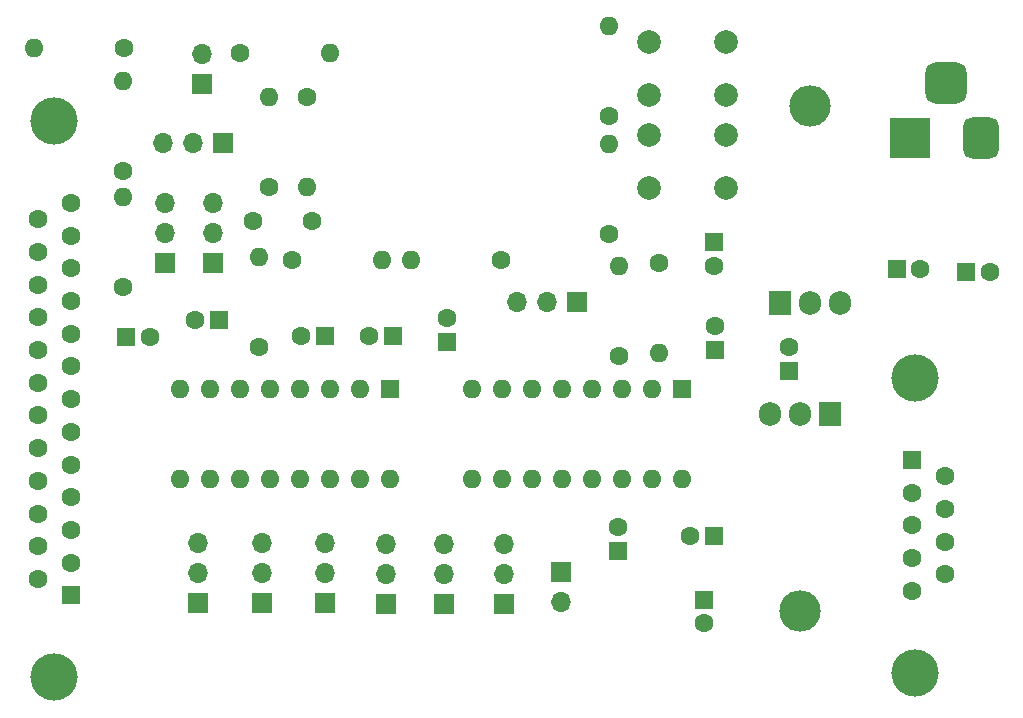
<source format=gbr>
%TF.GenerationSoftware,KiCad,Pcbnew,(6.0.2)*%
%TF.CreationDate,2022-07-10T11:40:40-05:00*%
%TF.ProjectId,WiFiModem,57694669-4d6f-4646-956d-2e6b69636164,rev?*%
%TF.SameCoordinates,Original*%
%TF.FileFunction,Soldermask,Bot*%
%TF.FilePolarity,Negative*%
%FSLAX46Y46*%
G04 Gerber Fmt 4.6, Leading zero omitted, Abs format (unit mm)*
G04 Created by KiCad (PCBNEW (6.0.2)) date 2022-07-10 11:40:40*
%MOMM*%
%LPD*%
G01*
G04 APERTURE LIST*
G04 Aperture macros list*
%AMRoundRect*
0 Rectangle with rounded corners*
0 $1 Rounding radius*
0 $2 $3 $4 $5 $6 $7 $8 $9 X,Y pos of 4 corners*
0 Add a 4 corners polygon primitive as box body*
4,1,4,$2,$3,$4,$5,$6,$7,$8,$9,$2,$3,0*
0 Add four circle primitives for the rounded corners*
1,1,$1+$1,$2,$3*
1,1,$1+$1,$4,$5*
1,1,$1+$1,$6,$7*
1,1,$1+$1,$8,$9*
0 Add four rect primitives between the rounded corners*
20,1,$1+$1,$2,$3,$4,$5,0*
20,1,$1+$1,$4,$5,$6,$7,0*
20,1,$1+$1,$6,$7,$8,$9,0*
20,1,$1+$1,$8,$9,$2,$3,0*%
G04 Aperture macros list end*
%ADD10R,1.600000X1.600000*%
%ADD11C,1.600000*%
%ADD12R,1.700000X1.700000*%
%ADD13O,1.700000X1.700000*%
%ADD14O,1.600000X1.600000*%
%ADD15C,4.000000*%
%ADD16O,3.500000X3.500000*%
%ADD17R,1.905000X2.000000*%
%ADD18O,1.905000X2.000000*%
%ADD19C,2.000000*%
%ADD20R,3.500000X3.500000*%
%ADD21RoundRect,0.750000X0.750000X1.000000X-0.750000X1.000000X-0.750000X-1.000000X0.750000X-1.000000X0*%
%ADD22RoundRect,0.875000X0.875000X0.875000X-0.875000X0.875000X-0.875000X-0.875000X0.875000X-0.875000X0*%
G04 APERTURE END LIST*
D10*
%TO.C,C13*%
X136906000Y-110744000D03*
D11*
X134906000Y-110744000D03*
%TD*%
D12*
%TO.C,JP3*%
X103980000Y-116445000D03*
D13*
X103980000Y-113905000D03*
X103980000Y-111365000D03*
%TD*%
D12*
%TO.C,JP2*%
X93300000Y-116435000D03*
D13*
X93300000Y-113895000D03*
X93300000Y-111355000D03*
%TD*%
D11*
%TO.C,R11*%
X128910000Y-95470000D03*
D14*
X128910000Y-87850000D03*
%TD*%
D11*
%TO.C,R10*%
X118890000Y-87370000D03*
D14*
X111270000Y-87370000D03*
%TD*%
D12*
%TO.C,JP10*%
X119160000Y-116475000D03*
D13*
X119160000Y-113935000D03*
X119160000Y-111395000D03*
%TD*%
D11*
%TO.C,J1*%
X156510000Y-114000000D03*
X156510000Y-111230000D03*
X156510000Y-108460000D03*
X156510000Y-105690000D03*
X153670000Y-115385000D03*
X153670000Y-112615000D03*
X153670000Y-109845000D03*
X153670000Y-107075000D03*
D10*
X153670000Y-104305000D03*
D15*
X153970000Y-122345000D03*
X153970000Y-97345000D03*
%TD*%
D10*
%TO.C,C11*%
X136906000Y-85852000D03*
D11*
X136906000Y-87852000D03*
%TD*%
D10*
%TO.C,U3*%
X109484000Y-98308000D03*
D14*
X106944000Y-98308000D03*
X104404000Y-98308000D03*
X101864000Y-98308000D03*
X99324000Y-98308000D03*
X96784000Y-98308000D03*
X94244000Y-98308000D03*
X91704000Y-98308000D03*
X91704000Y-105928000D03*
X94244000Y-105928000D03*
X96784000Y-105928000D03*
X99324000Y-105928000D03*
X101864000Y-105928000D03*
X104404000Y-105928000D03*
X106944000Y-105928000D03*
X109484000Y-105928000D03*
%TD*%
D16*
%TO.C,U2*%
X145034000Y-74358000D03*
D17*
X142494000Y-91018000D03*
D18*
X145034000Y-91018000D03*
X147574000Y-91018000D03*
%TD*%
D10*
%TO.C,C3*%
X87200000Y-93860000D03*
D11*
X89200000Y-93860000D03*
%TD*%
D10*
%TO.C,C2*%
X109760000Y-93800000D03*
D11*
X107760000Y-93800000D03*
%TD*%
D10*
%TO.C,C1*%
X158302888Y-88392000D03*
D11*
X160302888Y-88392000D03*
%TD*%
D19*
%TO.C,SW1*%
X137922000Y-73406000D03*
X131422000Y-73406000D03*
X137922000Y-68906000D03*
X131422000Y-68906000D03*
%TD*%
D11*
%TO.C,R6*%
X96774000Y-69850000D03*
D14*
X104394000Y-69850000D03*
%TD*%
D11*
%TO.C,R8*%
X128016000Y-75184000D03*
D14*
X128016000Y-67564000D03*
%TD*%
D11*
%TO.C,R7*%
X132320000Y-87630000D03*
D14*
X132320000Y-95250000D03*
%TD*%
D12*
%TO.C,JP1*%
X98690000Y-116415000D03*
D13*
X98690000Y-113875000D03*
X98690000Y-111335000D03*
%TD*%
D11*
%TO.C,R3*%
X98400000Y-94720000D03*
D14*
X98400000Y-87100000D03*
%TD*%
D11*
%TO.C,J2*%
X79680000Y-83925000D03*
X79680000Y-86695000D03*
X79680000Y-89465000D03*
X79680000Y-92235000D03*
X79680000Y-95005000D03*
X79680000Y-97775000D03*
X79680000Y-100545000D03*
X79680000Y-103315000D03*
X79680000Y-106085000D03*
X79680000Y-108855000D03*
X79680000Y-111625000D03*
X79680000Y-114395000D03*
X82520000Y-82540000D03*
X82520000Y-85310000D03*
X82520000Y-88080000D03*
X82520000Y-90850000D03*
X82520000Y-93620000D03*
X82520000Y-96390000D03*
X82520000Y-99160000D03*
X82520000Y-101930000D03*
X82520000Y-104700000D03*
X82520000Y-107470000D03*
X82520000Y-110240000D03*
X82520000Y-113010000D03*
D10*
X82520000Y-115780000D03*
D15*
X81100000Y-122710000D03*
X81100000Y-75610000D03*
%TD*%
D11*
%TO.C,R12*%
X86980000Y-69420000D03*
D14*
X79360000Y-69420000D03*
%TD*%
D11*
%TO.C,R9*%
X102480000Y-73610000D03*
D14*
X102480000Y-81230000D03*
%TD*%
D11*
%TO.C,C9*%
X97890000Y-84070000D03*
X102890000Y-84070000D03*
%TD*%
D12*
%TO.C,JP6*%
X94488000Y-87630000D03*
D13*
X94488000Y-85090000D03*
X94488000Y-82550000D03*
%TD*%
D12*
%TO.C,J4*%
X95390000Y-77490000D03*
D13*
X92850000Y-77490000D03*
X90310000Y-77490000D03*
%TD*%
D10*
%TO.C,C6*%
X114320000Y-94310000D03*
D11*
X114320000Y-92310000D03*
%TD*%
D10*
%TO.C,C10*%
X128778000Y-112014000D03*
D11*
X128778000Y-110014000D03*
%TD*%
%TO.C,R4*%
X101220000Y-87420000D03*
D14*
X108840000Y-87420000D03*
%TD*%
D11*
%TO.C,R13*%
X128060000Y-85210000D03*
D14*
X128060000Y-77590000D03*
%TD*%
D19*
%TO.C,SW2*%
X131422000Y-76780000D03*
X137922000Y-76780000D03*
X131422000Y-81280000D03*
X137922000Y-81280000D03*
%TD*%
D10*
%TO.C,U5*%
X134280000Y-98280000D03*
D14*
X131740000Y-98280000D03*
X129200000Y-98280000D03*
X126660000Y-98280000D03*
X124120000Y-98280000D03*
X121580000Y-98280000D03*
X119040000Y-98280000D03*
X116500000Y-98280000D03*
X116500000Y-105900000D03*
X119040000Y-105900000D03*
X121580000Y-105900000D03*
X124120000Y-105900000D03*
X126660000Y-105900000D03*
X129200000Y-105900000D03*
X131740000Y-105900000D03*
X134280000Y-105900000D03*
%TD*%
D10*
%TO.C,C5*%
X152400000Y-88138000D03*
D11*
X154400000Y-88138000D03*
%TD*%
D12*
%TO.C,JP4*%
X109150000Y-116470000D03*
D13*
X109150000Y-113930000D03*
X109150000Y-111390000D03*
%TD*%
D10*
%TO.C,C7*%
X104000000Y-93800000D03*
D11*
X102000000Y-93800000D03*
%TD*%
D16*
%TO.C,U4*%
X144260000Y-117100000D03*
D17*
X146800000Y-100440000D03*
D18*
X144260000Y-100440000D03*
X141720000Y-100440000D03*
%TD*%
D10*
%TO.C,C8*%
X136130000Y-116140000D03*
D11*
X136130000Y-118140000D03*
%TD*%
D10*
%TO.C,C12*%
X137050000Y-94996000D03*
D11*
X137050000Y-92996000D03*
%TD*%
D12*
%TO.C,JP11*%
X114070000Y-116490000D03*
D13*
X114070000Y-113950000D03*
X114070000Y-111410000D03*
%TD*%
D10*
%TO.C,C14*%
X143256000Y-96774000D03*
D11*
X143256000Y-94774000D03*
%TD*%
D20*
%TO.C,J3*%
X153550000Y-77090000D03*
D21*
X159550000Y-77090000D03*
D22*
X156550000Y-72390000D03*
%TD*%
D11*
%TO.C,R1*%
X86868000Y-89662000D03*
D14*
X86868000Y-82042000D03*
%TD*%
D12*
%TO.C,JP8*%
X93620000Y-72460000D03*
D13*
X93620000Y-69920000D03*
%TD*%
D10*
%TO.C,C4*%
X94996000Y-92456000D03*
D11*
X92996000Y-92456000D03*
%TD*%
D12*
%TO.C,JP7*%
X125355000Y-90950000D03*
D13*
X122815000Y-90950000D03*
X120275000Y-90950000D03*
%TD*%
D11*
%TO.C,R5*%
X99300000Y-81200000D03*
D14*
X99300000Y-73580000D03*
%TD*%
D11*
%TO.C,R2*%
X86880000Y-79870000D03*
D14*
X86880000Y-72250000D03*
%TD*%
D12*
%TO.C,JP9*%
X124020000Y-113840000D03*
D13*
X124020000Y-116380000D03*
%TD*%
D12*
%TO.C,JP5*%
X90424000Y-87630000D03*
D13*
X90424000Y-85090000D03*
X90424000Y-82550000D03*
%TD*%
M02*

</source>
